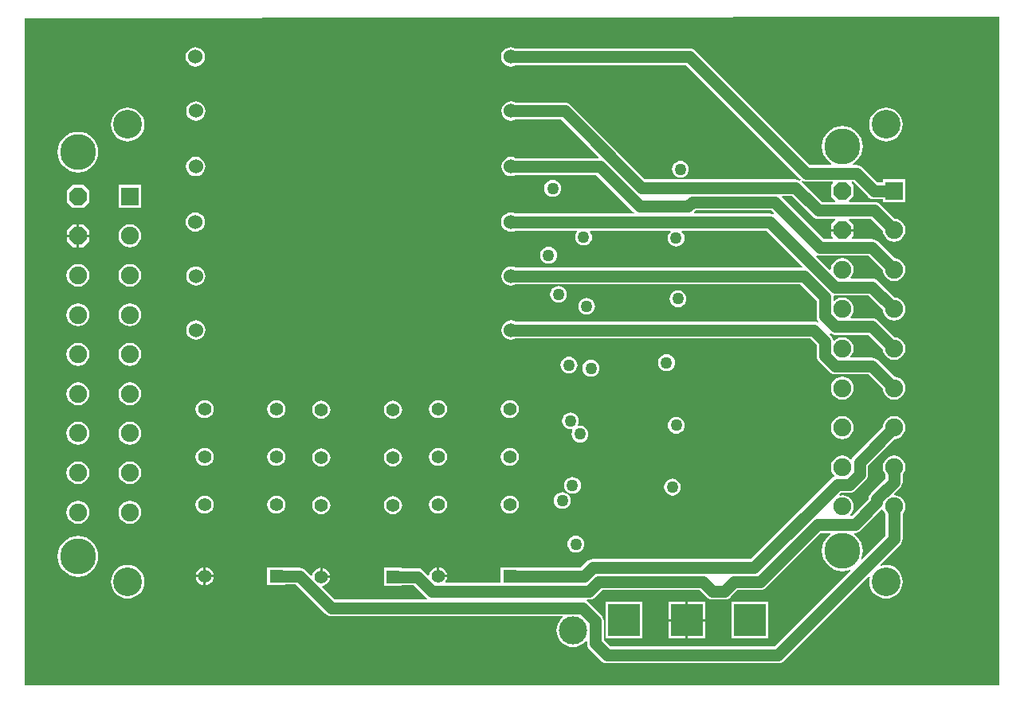
<source format=gbl>
G04*
G04 #@! TF.GenerationSoftware,Altium Limited,Altium Designer,21.8.1 (53)*
G04*
G04 Layer_Physical_Order=4*
G04 Layer_Color=16711680*
%FSLAX25Y25*%
%MOIN*%
G70*
G04*
G04 #@! TF.SameCoordinates,729F89BC-3EE5-4BC6-91F8-0038CAF30645*
G04*
G04*
G04 #@! TF.FilePolarity,Positive*
G04*
G01*
G75*
%ADD30C,0.11811*%
%ADD31R,0.13189X0.13189*%
%ADD32C,0.05512*%
%ADD33R,0.05512X0.05512*%
%ADD38C,0.05000*%
%ADD41C,0.07500*%
%ADD42R,0.07500X0.07500*%
%ADD43P,0.08118X8X202.5*%
%ADD44C,0.06000*%
%ADD45C,0.15000*%
%ADD46C,0.05000*%
%ADD47C,0.12000*%
G36*
X407900Y279800D02*
Y0D01*
X0D01*
Y279200D01*
X394000Y279900D01*
X407859D01*
X407900Y279800D01*
D02*
G37*
%LPC*%
G36*
X71500Y267234D02*
X70456Y267097D01*
X69483Y266694D01*
X68647Y266053D01*
X68006Y265217D01*
X67603Y264244D01*
X67466Y263200D01*
X67603Y262156D01*
X68006Y261183D01*
X68647Y260347D01*
X69483Y259706D01*
X70456Y259303D01*
X71500Y259166D01*
X72544Y259303D01*
X73517Y259706D01*
X74353Y260347D01*
X74994Y261183D01*
X75397Y262156D01*
X75534Y263200D01*
X75397Y264244D01*
X74994Y265217D01*
X74353Y266053D01*
X73517Y266694D01*
X72544Y267097D01*
X71500Y267234D01*
D02*
G37*
G36*
X71700Y244534D02*
X70656Y244397D01*
X69683Y243994D01*
X68847Y243353D01*
X68206Y242517D01*
X67803Y241544D01*
X67665Y240500D01*
X67803Y239456D01*
X68206Y238483D01*
X68847Y237647D01*
X69683Y237006D01*
X70656Y236603D01*
X71700Y236466D01*
X72744Y236603D01*
X73717Y237006D01*
X74553Y237647D01*
X75194Y238483D01*
X75597Y239456D01*
X75735Y240500D01*
X75597Y241544D01*
X75194Y242517D01*
X74553Y243353D01*
X73717Y243994D01*
X72744Y244397D01*
X71700Y244534D01*
D02*
G37*
G36*
X360400Y241884D02*
X359028Y241749D01*
X357708Y241349D01*
X356492Y240699D01*
X355426Y239824D01*
X354552Y238758D01*
X353902Y237542D01*
X353501Y236222D01*
X353366Y234850D01*
X353501Y233478D01*
X353902Y232158D01*
X354552Y230942D01*
X355426Y229876D01*
X356492Y229001D01*
X357708Y228351D01*
X359028Y227951D01*
X360400Y227816D01*
X361772Y227951D01*
X363092Y228351D01*
X364308Y229001D01*
X365374Y229876D01*
X366248Y230942D01*
X366898Y232158D01*
X367299Y233478D01*
X367434Y234850D01*
X367299Y236222D01*
X366898Y237542D01*
X366248Y238758D01*
X365374Y239824D01*
X364308Y240699D01*
X363092Y241349D01*
X361772Y241749D01*
X360400Y241884D01*
D02*
G37*
G36*
X43200D02*
X41828Y241749D01*
X40508Y241349D01*
X39292Y240699D01*
X38226Y239824D01*
X37352Y238758D01*
X36702Y237542D01*
X36301Y236222D01*
X36166Y234850D01*
X36301Y233478D01*
X36702Y232158D01*
X37352Y230942D01*
X38226Y229876D01*
X39292Y229001D01*
X40508Y228351D01*
X41828Y227951D01*
X43200Y227816D01*
X44572Y227951D01*
X45892Y228351D01*
X47108Y229001D01*
X48174Y229876D01*
X49049Y230942D01*
X49698Y232158D01*
X50099Y233478D01*
X50234Y234850D01*
X50099Y236222D01*
X49698Y237542D01*
X49049Y238758D01*
X48174Y239824D01*
X47108Y240699D01*
X45892Y241349D01*
X44572Y241749D01*
X43200Y241884D01*
D02*
G37*
G36*
X22400Y231821D02*
X20734Y231657D01*
X19131Y231171D01*
X17655Y230382D01*
X16361Y229320D01*
X15298Y228025D01*
X14509Y226549D01*
X14023Y224946D01*
X13859Y223280D01*
X14023Y221614D01*
X14509Y220011D01*
X15298Y218535D01*
X16361Y217241D01*
X17655Y216178D01*
X19131Y215389D01*
X20734Y214903D01*
X22400Y214739D01*
X24066Y214903D01*
X25668Y215389D01*
X27145Y216178D01*
X28440Y217241D01*
X29502Y218535D01*
X30291Y220011D01*
X30777Y221614D01*
X30941Y223280D01*
X30777Y224946D01*
X30291Y226549D01*
X29502Y228025D01*
X28440Y229320D01*
X27145Y230382D01*
X25668Y231171D01*
X24066Y231657D01*
X22400Y231821D01*
D02*
G37*
G36*
X71640Y221335D02*
X70596Y221197D01*
X69623Y220794D01*
X68787Y220153D01*
X68146Y219317D01*
X67743Y218344D01*
X67606Y217300D01*
X67743Y216256D01*
X68146Y215283D01*
X68787Y214447D01*
X69623Y213806D01*
X70596Y213403D01*
X71640Y213265D01*
X72684Y213403D01*
X73657Y213806D01*
X74493Y214447D01*
X75134Y215283D01*
X75537Y216256D01*
X75674Y217300D01*
X75537Y218344D01*
X75134Y219317D01*
X74493Y220153D01*
X73657Y220794D01*
X72684Y221197D01*
X71640Y221335D01*
D02*
G37*
G36*
X274400Y219630D02*
X273486Y219510D01*
X272635Y219157D01*
X271904Y218596D01*
X271343Y217865D01*
X270990Y217014D01*
X270870Y216100D01*
X270990Y215186D01*
X271343Y214335D01*
X271904Y213604D01*
X272635Y213043D01*
X273486Y212690D01*
X274400Y212570D01*
X275314Y212690D01*
X276165Y213043D01*
X276896Y213604D01*
X277457Y214335D01*
X277810Y215186D01*
X277930Y216100D01*
X277810Y217014D01*
X277457Y217865D01*
X276896Y218596D01*
X276165Y219157D01*
X275314Y219510D01*
X274400Y219630D01*
D02*
G37*
G36*
X203400Y267234D02*
X202356Y267097D01*
X201383Y266694D01*
X200547Y266053D01*
X199906Y265217D01*
X199503Y264244D01*
X199365Y263200D01*
X199503Y262156D01*
X199906Y261183D01*
X200547Y260347D01*
X201383Y259706D01*
X202356Y259303D01*
X203400Y259166D01*
X204444Y259303D01*
X205330Y259670D01*
X276838D01*
X324594Y211914D01*
X324642Y211877D01*
X324385Y211467D01*
X323534Y211820D01*
X322620Y211940D01*
X259599D01*
X228543Y242996D01*
X227812Y243557D01*
X226961Y243910D01*
X226047Y244030D01*
X205530D01*
X204644Y244397D01*
X203600Y244534D01*
X202556Y244397D01*
X201583Y243994D01*
X200747Y243353D01*
X200106Y242517D01*
X199703Y241544D01*
X199565Y240500D01*
X199703Y239456D01*
X200106Y238483D01*
X200747Y237647D01*
X201583Y237006D01*
X202556Y236603D01*
X203600Y236466D01*
X204644Y236603D01*
X205530Y236970D01*
X224585D01*
X240262Y221292D01*
X240071Y220830D01*
X205470D01*
X204584Y221197D01*
X203540Y221335D01*
X202496Y221197D01*
X201523Y220794D01*
X200687Y220153D01*
X200046Y219317D01*
X199643Y218344D01*
X199505Y217300D01*
X199643Y216256D01*
X200046Y215283D01*
X200687Y214447D01*
X201523Y213806D01*
X202496Y213403D01*
X203540Y213265D01*
X204584Y213403D01*
X205470Y213770D01*
X239299D01*
X254965Y198104D01*
X255061Y198030D01*
X254891Y197530D01*
X205330D01*
X204444Y197897D01*
X203400Y198035D01*
X202356Y197897D01*
X201383Y197494D01*
X200547Y196853D01*
X199906Y196017D01*
X199503Y195044D01*
X199365Y194000D01*
X199503Y192956D01*
X199906Y191983D01*
X200547Y191147D01*
X201383Y190506D01*
X202356Y190103D01*
X203400Y189965D01*
X204444Y190103D01*
X205330Y190470D01*
X230983D01*
X231230Y189970D01*
X230843Y189465D01*
X230490Y188614D01*
X230370Y187700D01*
X230490Y186786D01*
X230843Y185935D01*
X231404Y185204D01*
X232135Y184643D01*
X232986Y184290D01*
X233900Y184170D01*
X234814Y184290D01*
X235665Y184643D01*
X236396Y185204D01*
X236957Y185935D01*
X237310Y186786D01*
X237430Y187700D01*
X237310Y188614D01*
X236957Y189465D01*
X236570Y189970D01*
X236817Y190470D01*
X270160D01*
X270330Y189970D01*
X270104Y189796D01*
X269543Y189065D01*
X269190Y188214D01*
X269070Y187300D01*
X269190Y186386D01*
X269543Y185535D01*
X270104Y184804D01*
X270835Y184243D01*
X271686Y183890D01*
X272600Y183770D01*
X273514Y183890D01*
X274365Y184243D01*
X275096Y184804D01*
X275657Y185535D01*
X276010Y186386D01*
X276130Y187300D01*
X276010Y188214D01*
X275657Y189065D01*
X275096Y189796D01*
X274870Y189970D01*
X275040Y190470D01*
X310465D01*
X325542Y175392D01*
X325351Y174930D01*
X205530D01*
X204644Y175297D01*
X203600Y175435D01*
X202556Y175297D01*
X201583Y174894D01*
X200747Y174253D01*
X200106Y173417D01*
X199703Y172444D01*
X199565Y171400D01*
X199703Y170356D01*
X200106Y169383D01*
X200747Y168547D01*
X201583Y167906D01*
X202556Y167503D01*
X203600Y167366D01*
X204644Y167503D01*
X205530Y167870D01*
X324579D01*
X331320Y161129D01*
Y154537D01*
X331440Y153623D01*
X331793Y152772D01*
X332287Y152128D01*
X331931Y151771D01*
X331818Y151857D01*
X330967Y152210D01*
X330053Y152330D01*
X205530D01*
X204644Y152697D01*
X203600Y152834D01*
X202556Y152697D01*
X201583Y152294D01*
X200747Y151653D01*
X200106Y150817D01*
X199703Y149844D01*
X199565Y148800D01*
X199703Y147756D01*
X200106Y146783D01*
X200747Y145947D01*
X201583Y145306D01*
X202556Y144903D01*
X203600Y144765D01*
X204644Y144903D01*
X205530Y145270D01*
X328591D01*
X331320Y142541D01*
Y137997D01*
X331440Y137083D01*
X331793Y136232D01*
X332354Y135501D01*
X336601Y131254D01*
X336601Y131254D01*
X337332Y130693D01*
X338183Y130340D01*
X339097Y130220D01*
X353048D01*
X359040Y124228D01*
X359172Y123220D01*
X359651Y122064D01*
X360412Y121072D01*
X361404Y120311D01*
X362560Y119832D01*
X363800Y119669D01*
X365040Y119832D01*
X366196Y120311D01*
X367188Y121072D01*
X367949Y122064D01*
X368428Y123220D01*
X368591Y124460D01*
X368428Y125700D01*
X367949Y126856D01*
X367188Y127848D01*
X366196Y128609D01*
X365040Y129088D01*
X364032Y129220D01*
X357006Y136246D01*
X356275Y136807D01*
X355424Y137160D01*
X354510Y137280D01*
X345836D01*
X345617Y137780D01*
X346249Y138604D01*
X346728Y139760D01*
X346891Y141000D01*
X346728Y142240D01*
X346249Y143395D01*
X345488Y144388D01*
X344496Y145149D01*
X343340Y145628D01*
X342100Y145791D01*
X340860Y145628D01*
X339704Y145149D01*
X338823Y144473D01*
X338441Y144566D01*
X338293Y144663D01*
X338260Y144917D01*
X337907Y145768D01*
X337346Y146499D01*
X336949Y146896D01*
X337280Y147273D01*
X337332Y147233D01*
X338183Y146880D01*
X339097Y146760D01*
X353048D01*
X359040Y140768D01*
X359172Y139760D01*
X359651Y138604D01*
X360412Y137612D01*
X361404Y136851D01*
X362560Y136372D01*
X363800Y136209D01*
X365040Y136372D01*
X366196Y136851D01*
X367188Y137612D01*
X367949Y138604D01*
X368428Y139760D01*
X368591Y141000D01*
X368428Y142240D01*
X367949Y143395D01*
X367188Y144388D01*
X366196Y145149D01*
X365040Y145628D01*
X364032Y145760D01*
X357006Y152786D01*
X356275Y153347D01*
X355424Y153700D01*
X354510Y153820D01*
X345836D01*
X345617Y154320D01*
X346249Y155145D01*
X346728Y156300D01*
X346891Y157540D01*
X346728Y158780D01*
X346249Y159935D01*
X345488Y160928D01*
X344496Y161689D01*
X343340Y162168D01*
X342100Y162331D01*
X340860Y162168D01*
X339704Y161689D01*
X338880Y161057D01*
X338380Y161276D01*
Y162592D01*
X338326Y163001D01*
X338680Y163355D01*
X339097Y163300D01*
X353048D01*
X359040Y157308D01*
X359172Y156300D01*
X359651Y155145D01*
X360412Y154152D01*
X361404Y153391D01*
X362560Y152912D01*
X363800Y152749D01*
X365040Y152912D01*
X366196Y153391D01*
X367188Y154152D01*
X367949Y155145D01*
X368428Y156300D01*
X368591Y157540D01*
X368428Y158780D01*
X367949Y159935D01*
X367188Y160928D01*
X366196Y161689D01*
X365040Y162168D01*
X364032Y162300D01*
X357006Y169326D01*
X356275Y169887D01*
X355424Y170240D01*
X354510Y170360D01*
X345836D01*
X345617Y170860D01*
X346249Y171685D01*
X346728Y172840D01*
X346891Y174080D01*
X346728Y175320D01*
X346249Y176476D01*
X345488Y177468D01*
X344496Y178229D01*
X343340Y178708D01*
X342100Y178871D01*
X340860Y178708D01*
X339704Y178229D01*
X338712Y177468D01*
X337951Y176476D01*
X337472Y175320D01*
X337337Y174290D01*
X336828Y174092D01*
X331181Y179739D01*
X331464Y180163D01*
X331953Y179960D01*
X332866Y179840D01*
X353048D01*
X359040Y173848D01*
X359172Y172840D01*
X359651Y171685D01*
X360412Y170692D01*
X361404Y169931D01*
X362560Y169452D01*
X363800Y169289D01*
X365040Y169452D01*
X366196Y169931D01*
X367188Y170692D01*
X367949Y171685D01*
X368428Y172840D01*
X368591Y174080D01*
X368428Y175320D01*
X367949Y176476D01*
X367188Y177468D01*
X366196Y178229D01*
X365040Y178708D01*
X364032Y178840D01*
X357006Y185866D01*
X356275Y186427D01*
X355424Y186780D01*
X354510Y186900D01*
X346159D01*
X345967Y187362D01*
X346850Y188245D01*
Y190120D01*
X342100D01*
X337350D01*
Y188245D01*
X338233Y187362D01*
X338041Y186900D01*
X334329D01*
X316811Y204418D01*
X317002Y204880D01*
X321158D01*
X329654Y196384D01*
X330385Y195823D01*
X331237Y195470D01*
X332150Y195350D01*
X339051D01*
X339243Y194888D01*
X337350Y192995D01*
Y191120D01*
X342100D01*
X346850D01*
Y192995D01*
X344957Y194888D01*
X345149Y195350D01*
X354078D01*
X359040Y190388D01*
X359172Y189380D01*
X359651Y188224D01*
X360412Y187232D01*
X361404Y186471D01*
X362560Y185992D01*
X363800Y185829D01*
X365040Y185992D01*
X366196Y186471D01*
X367188Y187232D01*
X367949Y188224D01*
X368428Y189380D01*
X368591Y190620D01*
X368428Y191860D01*
X367949Y193016D01*
X367188Y194008D01*
X366196Y194769D01*
X365040Y195248D01*
X364032Y195380D01*
X358036Y201376D01*
X357305Y201937D01*
X356454Y202290D01*
X355540Y202410D01*
X345128D01*
X344937Y202872D01*
X346850Y204785D01*
Y209535D01*
X345967Y210418D01*
X346159Y210880D01*
X346638D01*
X352854Y204664D01*
X353585Y204103D01*
X354436Y203750D01*
X355350Y203630D01*
X359050D01*
Y202410D01*
X368550D01*
Y211910D01*
X359050D01*
Y210690D01*
X356812D01*
X350596Y216906D01*
X349865Y217467D01*
X349014Y217820D01*
X348100Y217940D01*
X346718D01*
X346596Y218425D01*
X346845Y218558D01*
X348140Y219620D01*
X349202Y220915D01*
X349991Y222391D01*
X350477Y223994D01*
X350641Y225660D01*
X350477Y227326D01*
X349991Y228928D01*
X349202Y230405D01*
X348140Y231699D01*
X346845Y232762D01*
X345369Y233551D01*
X343766Y234037D01*
X342100Y234201D01*
X340434Y234037D01*
X338831Y233551D01*
X337355Y232762D01*
X336061Y231699D01*
X334998Y230405D01*
X334209Y228928D01*
X333723Y227326D01*
X333559Y225660D01*
X333723Y223994D01*
X334209Y222391D01*
X334998Y220915D01*
X336061Y219620D01*
X337355Y218558D01*
X337604Y218425D01*
X337482Y217940D01*
X328552D01*
X280796Y265696D01*
X280065Y266257D01*
X279214Y266610D01*
X278300Y266730D01*
X205330D01*
X204444Y267097D01*
X203400Y267234D01*
D02*
G37*
G36*
X221000Y211630D02*
X220086Y211510D01*
X219235Y211157D01*
X218504Y210596D01*
X217943Y209865D01*
X217590Y209014D01*
X217470Y208100D01*
X217590Y207186D01*
X217943Y206335D01*
X218504Y205604D01*
X219235Y205043D01*
X220086Y204690D01*
X221000Y204570D01*
X221914Y204690D01*
X222765Y205043D01*
X223496Y205604D01*
X224057Y206335D01*
X224410Y207186D01*
X224530Y208100D01*
X224410Y209014D01*
X224057Y209865D01*
X223496Y210596D01*
X222765Y211157D01*
X221914Y211510D01*
X221000Y211630D01*
D02*
G37*
G36*
X48850Y209530D02*
X39350D01*
Y200030D01*
X48850D01*
Y209530D01*
D02*
G37*
G36*
X24775D02*
X20025D01*
X17650Y207155D01*
Y202405D01*
X20025Y200030D01*
X24775D01*
X27150Y202405D01*
Y207155D01*
X24775Y209530D01*
D02*
G37*
G36*
X71500Y198035D02*
X70456Y197897D01*
X69483Y197494D01*
X68647Y196853D01*
X68006Y196017D01*
X67603Y195044D01*
X67466Y194000D01*
X67603Y192956D01*
X68006Y191983D01*
X68647Y191147D01*
X69483Y190506D01*
X70456Y190103D01*
X71500Y189965D01*
X72544Y190103D01*
X73517Y190506D01*
X74353Y191147D01*
X74994Y191983D01*
X75397Y192956D01*
X75534Y194000D01*
X75397Y195044D01*
X74994Y196017D01*
X74353Y196853D01*
X73517Y197494D01*
X72544Y197897D01*
X71500Y198035D01*
D02*
G37*
G36*
X24775Y192990D02*
X22900D01*
Y188740D01*
X27150D01*
Y190615D01*
X24775Y192990D01*
D02*
G37*
G36*
X21900D02*
X20025D01*
X17650Y190615D01*
Y188740D01*
X21900D01*
Y192990D01*
D02*
G37*
G36*
X27150Y187740D02*
X22900D01*
Y183490D01*
X24775D01*
X27150Y185865D01*
Y187740D01*
D02*
G37*
G36*
X21900D02*
X17650D01*
Y185865D01*
X20025Y183490D01*
X21900D01*
Y187740D01*
D02*
G37*
G36*
X44100Y193031D02*
X42860Y192868D01*
X41704Y192389D01*
X40712Y191628D01*
X39951Y190636D01*
X39472Y189480D01*
X39309Y188240D01*
X39472Y187000D01*
X39951Y185845D01*
X40712Y184852D01*
X41704Y184091D01*
X42860Y183612D01*
X44100Y183449D01*
X45340Y183612D01*
X46496Y184091D01*
X47488Y184852D01*
X48249Y185845D01*
X48728Y187000D01*
X48891Y188240D01*
X48728Y189480D01*
X48249Y190636D01*
X47488Y191628D01*
X46496Y192389D01*
X45340Y192868D01*
X44100Y193031D01*
D02*
G37*
G36*
X219300Y183630D02*
X218386Y183510D01*
X217535Y183157D01*
X216804Y182596D01*
X216243Y181865D01*
X215890Y181014D01*
X215770Y180100D01*
X215890Y179186D01*
X216243Y178335D01*
X216804Y177604D01*
X217535Y177043D01*
X218386Y176690D01*
X219300Y176570D01*
X220214Y176690D01*
X221065Y177043D01*
X221796Y177604D01*
X222357Y178335D01*
X222710Y179186D01*
X222830Y180100D01*
X222710Y181014D01*
X222357Y181865D01*
X221796Y182596D01*
X221065Y183157D01*
X220214Y183510D01*
X219300Y183630D01*
D02*
G37*
G36*
X71700Y175435D02*
X70656Y175297D01*
X69683Y174894D01*
X68847Y174253D01*
X68206Y173417D01*
X67803Y172444D01*
X67665Y171400D01*
X67803Y170356D01*
X68206Y169383D01*
X68847Y168547D01*
X69683Y167906D01*
X70656Y167503D01*
X71700Y167366D01*
X72744Y167503D01*
X73717Y167906D01*
X74553Y168547D01*
X75194Y169383D01*
X75597Y170356D01*
X75735Y171400D01*
X75597Y172444D01*
X75194Y173417D01*
X74553Y174253D01*
X73717Y174894D01*
X72744Y175297D01*
X71700Y175435D01*
D02*
G37*
G36*
X44100Y176491D02*
X42860Y176328D01*
X41704Y175849D01*
X40712Y175088D01*
X39951Y174095D01*
X39472Y172940D01*
X39309Y171700D01*
X39472Y170460D01*
X39951Y169305D01*
X40712Y168312D01*
X41704Y167551D01*
X42860Y167072D01*
X44100Y166909D01*
X45340Y167072D01*
X46496Y167551D01*
X47488Y168312D01*
X48249Y169305D01*
X48728Y170460D01*
X48891Y171700D01*
X48728Y172940D01*
X48249Y174095D01*
X47488Y175088D01*
X46496Y175849D01*
X45340Y176328D01*
X44100Y176491D01*
D02*
G37*
G36*
X22400D02*
X21160Y176328D01*
X20005Y175849D01*
X19012Y175088D01*
X18251Y174095D01*
X17772Y172940D01*
X17609Y171700D01*
X17772Y170460D01*
X18251Y169305D01*
X19012Y168312D01*
X20005Y167551D01*
X21160Y167072D01*
X22400Y166909D01*
X23640Y167072D01*
X24795Y167551D01*
X25788Y168312D01*
X26549Y169305D01*
X27028Y170460D01*
X27191Y171700D01*
X27028Y172940D01*
X26549Y174095D01*
X25788Y175088D01*
X24795Y175849D01*
X23640Y176328D01*
X22400Y176491D01*
D02*
G37*
G36*
X223400Y167230D02*
X222486Y167110D01*
X221635Y166757D01*
X220904Y166196D01*
X220343Y165465D01*
X219990Y164614D01*
X219870Y163700D01*
X219990Y162786D01*
X220343Y161935D01*
X220904Y161204D01*
X221635Y160643D01*
X222486Y160290D01*
X223400Y160170D01*
X224314Y160290D01*
X225165Y160643D01*
X225896Y161204D01*
X226457Y161935D01*
X226810Y162786D01*
X226930Y163700D01*
X226810Y164614D01*
X226457Y165465D01*
X225896Y166196D01*
X225165Y166757D01*
X224314Y167110D01*
X223400Y167230D01*
D02*
G37*
G36*
X273400Y165430D02*
X272486Y165310D01*
X271635Y164957D01*
X270904Y164396D01*
X270343Y163665D01*
X269990Y162814D01*
X269870Y161900D01*
X269990Y160986D01*
X270343Y160135D01*
X270904Y159404D01*
X271635Y158843D01*
X272486Y158490D01*
X273400Y158370D01*
X274314Y158490D01*
X275165Y158843D01*
X275896Y159404D01*
X276457Y160135D01*
X276810Y160986D01*
X276930Y161900D01*
X276810Y162814D01*
X276457Y163665D01*
X275896Y164396D01*
X275165Y164957D01*
X274314Y165310D01*
X273400Y165430D01*
D02*
G37*
G36*
X235200Y162230D02*
X234286Y162110D01*
X233435Y161757D01*
X232704Y161196D01*
X232143Y160465D01*
X231790Y159614D01*
X231670Y158700D01*
X231790Y157786D01*
X232143Y156935D01*
X232704Y156204D01*
X233435Y155643D01*
X234286Y155290D01*
X235200Y155170D01*
X236114Y155290D01*
X236965Y155643D01*
X237696Y156204D01*
X238257Y156935D01*
X238610Y157786D01*
X238730Y158700D01*
X238610Y159614D01*
X238257Y160465D01*
X237696Y161196D01*
X236965Y161757D01*
X236114Y162110D01*
X235200Y162230D01*
D02*
G37*
G36*
X44100Y159951D02*
X42860Y159788D01*
X41704Y159309D01*
X40712Y158548D01*
X39951Y157555D01*
X39472Y156400D01*
X39309Y155160D01*
X39472Y153920D01*
X39951Y152764D01*
X40712Y151772D01*
X41704Y151011D01*
X42860Y150532D01*
X44100Y150369D01*
X45340Y150532D01*
X46496Y151011D01*
X47488Y151772D01*
X48249Y152764D01*
X48728Y153920D01*
X48891Y155160D01*
X48728Y156400D01*
X48249Y157555D01*
X47488Y158548D01*
X46496Y159309D01*
X45340Y159788D01*
X44100Y159951D01*
D02*
G37*
G36*
X22400D02*
X21160Y159788D01*
X20005Y159309D01*
X19012Y158548D01*
X18251Y157555D01*
X17772Y156400D01*
X17609Y155160D01*
X17772Y153920D01*
X18251Y152764D01*
X19012Y151772D01*
X20005Y151011D01*
X21160Y150532D01*
X22400Y150369D01*
X23640Y150532D01*
X24795Y151011D01*
X25788Y151772D01*
X26549Y152764D01*
X27028Y153920D01*
X27191Y155160D01*
X27028Y156400D01*
X26549Y157555D01*
X25788Y158548D01*
X24795Y159309D01*
X23640Y159788D01*
X22400Y159951D01*
D02*
G37*
G36*
X71700Y152834D02*
X70656Y152697D01*
X69683Y152294D01*
X68847Y151653D01*
X68206Y150817D01*
X67803Y149844D01*
X67665Y148800D01*
X67803Y147756D01*
X68206Y146783D01*
X68847Y145947D01*
X69683Y145306D01*
X70656Y144903D01*
X71700Y144765D01*
X72744Y144903D01*
X73717Y145306D01*
X74553Y145947D01*
X75194Y146783D01*
X75597Y147756D01*
X75735Y148800D01*
X75597Y149844D01*
X75194Y150817D01*
X74553Y151653D01*
X73717Y152294D01*
X72744Y152697D01*
X71700Y152834D01*
D02*
G37*
G36*
X44100Y143411D02*
X42860Y143248D01*
X41704Y142769D01*
X40712Y142008D01*
X39951Y141016D01*
X39472Y139860D01*
X39309Y138620D01*
X39472Y137380D01*
X39951Y136224D01*
X40712Y135232D01*
X41704Y134471D01*
X42860Y133992D01*
X44100Y133829D01*
X45340Y133992D01*
X46496Y134471D01*
X47488Y135232D01*
X48249Y136224D01*
X48728Y137380D01*
X48891Y138620D01*
X48728Y139860D01*
X48249Y141016D01*
X47488Y142008D01*
X46496Y142769D01*
X45340Y143248D01*
X44100Y143411D01*
D02*
G37*
G36*
X22400D02*
X21160Y143248D01*
X20005Y142769D01*
X19012Y142008D01*
X18251Y141016D01*
X17772Y139860D01*
X17609Y138620D01*
X17772Y137380D01*
X18251Y136224D01*
X19012Y135232D01*
X20005Y134471D01*
X21160Y133992D01*
X22400Y133829D01*
X23640Y133992D01*
X24795Y134471D01*
X25788Y135232D01*
X26549Y136224D01*
X27028Y137380D01*
X27191Y138620D01*
X27028Y139860D01*
X26549Y141016D01*
X25788Y142008D01*
X24795Y142769D01*
X23640Y143248D01*
X22400Y143411D01*
D02*
G37*
G36*
X268600Y138630D02*
X267686Y138510D01*
X266835Y138157D01*
X266104Y137596D01*
X265543Y136865D01*
X265190Y136014D01*
X265070Y135100D01*
X265190Y134186D01*
X265543Y133335D01*
X266104Y132604D01*
X266835Y132043D01*
X267686Y131690D01*
X268600Y131570D01*
X269514Y131690D01*
X270365Y132043D01*
X271096Y132604D01*
X271657Y133335D01*
X272010Y134186D01*
X272130Y135100D01*
X272010Y136014D01*
X271657Y136865D01*
X271096Y137596D01*
X270365Y138157D01*
X269514Y138510D01*
X268600Y138630D01*
D02*
G37*
G36*
X227800Y137630D02*
X226886Y137510D01*
X226035Y137157D01*
X225304Y136596D01*
X224743Y135865D01*
X224390Y135014D01*
X224270Y134100D01*
X224390Y133186D01*
X224743Y132335D01*
X225304Y131604D01*
X226035Y131043D01*
X226886Y130690D01*
X227800Y130570D01*
X228714Y130690D01*
X229565Y131043D01*
X230296Y131604D01*
X230857Y132335D01*
X231210Y133186D01*
X231330Y134100D01*
X231210Y135014D01*
X230857Y135865D01*
X230296Y136596D01*
X229565Y137157D01*
X228714Y137510D01*
X227800Y137630D01*
D02*
G37*
G36*
X237000Y136330D02*
X236086Y136210D01*
X235235Y135857D01*
X234504Y135296D01*
X233943Y134565D01*
X233590Y133714D01*
X233470Y132800D01*
X233590Y131886D01*
X233943Y131035D01*
X234504Y130304D01*
X235235Y129743D01*
X236086Y129390D01*
X237000Y129270D01*
X237914Y129390D01*
X238765Y129743D01*
X239496Y130304D01*
X240057Y131035D01*
X240410Y131886D01*
X240530Y132800D01*
X240410Y133714D01*
X240057Y134565D01*
X239496Y135296D01*
X238765Y135857D01*
X237914Y136210D01*
X237000Y136330D01*
D02*
G37*
G36*
X342100Y129251D02*
X340860Y129088D01*
X339704Y128609D01*
X338712Y127848D01*
X337951Y126856D01*
X337472Y125700D01*
X337309Y124460D01*
X337472Y123220D01*
X337951Y122064D01*
X338712Y121072D01*
X339704Y120311D01*
X340860Y119832D01*
X342100Y119669D01*
X343340Y119832D01*
X344496Y120311D01*
X345488Y121072D01*
X346249Y122064D01*
X346728Y123220D01*
X346891Y124460D01*
X346728Y125700D01*
X346249Y126856D01*
X345488Y127848D01*
X344496Y128609D01*
X343340Y129088D01*
X342100Y129251D01*
D02*
G37*
G36*
X44100Y126871D02*
X42860Y126708D01*
X41704Y126229D01*
X40712Y125468D01*
X39951Y124476D01*
X39472Y123320D01*
X39309Y122080D01*
X39472Y120840D01*
X39951Y119685D01*
X40712Y118692D01*
X41704Y117931D01*
X42860Y117452D01*
X44100Y117289D01*
X45340Y117452D01*
X46496Y117931D01*
X47488Y118692D01*
X48249Y119685D01*
X48728Y120840D01*
X48891Y122080D01*
X48728Y123320D01*
X48249Y124476D01*
X47488Y125468D01*
X46496Y126229D01*
X45340Y126708D01*
X44100Y126871D01*
D02*
G37*
G36*
X22400D02*
X21160Y126708D01*
X20005Y126229D01*
X19012Y125468D01*
X18251Y124476D01*
X17772Y123320D01*
X17609Y122080D01*
X17772Y120840D01*
X18251Y119685D01*
X19012Y118692D01*
X20005Y117931D01*
X21160Y117452D01*
X22400Y117289D01*
X23640Y117452D01*
X24795Y117931D01*
X25788Y118692D01*
X26549Y119685D01*
X27028Y120840D01*
X27191Y122080D01*
X27028Y123320D01*
X26549Y124476D01*
X25788Y125468D01*
X24795Y126229D01*
X23640Y126708D01*
X22400Y126871D01*
D02*
G37*
G36*
X203000Y119488D02*
X202020Y119359D01*
X201106Y118981D01*
X200321Y118379D01*
X199719Y117594D01*
X199341Y116681D01*
X199212Y115700D01*
X199341Y114719D01*
X199719Y113806D01*
X200321Y113021D01*
X201106Y112419D01*
X202020Y112041D01*
X203000Y111912D01*
X203980Y112041D01*
X204894Y112419D01*
X205679Y113021D01*
X206281Y113806D01*
X206659Y114719D01*
X206788Y115700D01*
X206659Y116681D01*
X206281Y117594D01*
X205679Y118379D01*
X204894Y118981D01*
X203980Y119359D01*
X203000Y119488D01*
D02*
G37*
G36*
X173000D02*
X172020Y119359D01*
X171106Y118981D01*
X170321Y118379D01*
X169719Y117594D01*
X169341Y116681D01*
X169212Y115700D01*
X169341Y114719D01*
X169719Y113806D01*
X170321Y113021D01*
X171106Y112419D01*
X172020Y112041D01*
X173000Y111912D01*
X173980Y112041D01*
X174894Y112419D01*
X175679Y113021D01*
X176281Y113806D01*
X176659Y114719D01*
X176788Y115700D01*
X176659Y116681D01*
X176281Y117594D01*
X175679Y118379D01*
X174894Y118981D01*
X173980Y119359D01*
X173000Y119488D01*
D02*
G37*
G36*
X105375D02*
X104394Y119359D01*
X103481Y118981D01*
X102696Y118379D01*
X102094Y117594D01*
X101716Y116681D01*
X101587Y115700D01*
X101716Y114719D01*
X102094Y113806D01*
X102696Y113021D01*
X103481Y112419D01*
X104394Y112041D01*
X105375Y111912D01*
X106356Y112041D01*
X107269Y112419D01*
X108054Y113021D01*
X108656Y113806D01*
X109034Y114719D01*
X109163Y115700D01*
X109034Y116681D01*
X108656Y117594D01*
X108054Y118379D01*
X107269Y118981D01*
X106356Y119359D01*
X105375Y119488D01*
D02*
G37*
G36*
X75375D02*
X74395Y119359D01*
X73481Y118981D01*
X72696Y118379D01*
X72094Y117594D01*
X71716Y116681D01*
X71587Y115700D01*
X71716Y114719D01*
X72094Y113806D01*
X72696Y113021D01*
X73481Y112419D01*
X74395Y112041D01*
X75375Y111912D01*
X76355Y112041D01*
X77269Y112419D01*
X78054Y113021D01*
X78656Y113806D01*
X79034Y114719D01*
X79163Y115700D01*
X79034Y116681D01*
X78656Y117594D01*
X78054Y118379D01*
X77269Y118981D01*
X76355Y119359D01*
X75375Y119488D01*
D02*
G37*
G36*
X154188Y119236D02*
X153207Y119107D01*
X152293Y118729D01*
X151509Y118127D01*
X150907Y117342D01*
X150528Y116428D01*
X150399Y115448D01*
X150528Y114468D01*
X150907Y113554D01*
X151509Y112769D01*
X152293Y112167D01*
X153207Y111789D01*
X154188Y111660D01*
X155168Y111789D01*
X156082Y112167D01*
X156866Y112769D01*
X157468Y113554D01*
X157847Y114468D01*
X157976Y115448D01*
X157847Y116428D01*
X157468Y117342D01*
X156866Y118127D01*
X156082Y118729D01*
X155168Y119107D01*
X154188Y119236D01*
D02*
G37*
G36*
X124188D02*
X123207Y119107D01*
X122293Y118729D01*
X121509Y118127D01*
X120907Y117342D01*
X120528Y116428D01*
X120399Y115448D01*
X120528Y114468D01*
X120907Y113554D01*
X121509Y112769D01*
X122293Y112167D01*
X123207Y111789D01*
X124188Y111660D01*
X125168Y111789D01*
X126082Y112167D01*
X126866Y112769D01*
X127468Y113554D01*
X127847Y114468D01*
X127976Y115448D01*
X127847Y116428D01*
X127468Y117342D01*
X126866Y118127D01*
X126082Y118729D01*
X125168Y119107D01*
X124188Y119236D01*
D02*
G37*
G36*
X272700Y112430D02*
X271786Y112310D01*
X270935Y111957D01*
X270204Y111396D01*
X269643Y110665D01*
X269290Y109814D01*
X269170Y108900D01*
X269290Y107986D01*
X269643Y107135D01*
X270204Y106404D01*
X270935Y105843D01*
X271786Y105490D01*
X272700Y105370D01*
X273614Y105490D01*
X274465Y105843D01*
X275196Y106404D01*
X275757Y107135D01*
X276110Y107986D01*
X276230Y108900D01*
X276110Y109814D01*
X275757Y110665D01*
X275196Y111396D01*
X274465Y111957D01*
X273614Y112310D01*
X272700Y112430D01*
D02*
G37*
G36*
X342100Y112711D02*
X340860Y112548D01*
X339704Y112069D01*
X338712Y111308D01*
X337951Y110316D01*
X337472Y109160D01*
X337309Y107920D01*
X337472Y106680D01*
X337951Y105525D01*
X338712Y104532D01*
X339704Y103771D01*
X340860Y103292D01*
X342100Y103129D01*
X343340Y103292D01*
X344496Y103771D01*
X345488Y104532D01*
X346249Y105525D01*
X346728Y106680D01*
X346891Y107920D01*
X346728Y109160D01*
X346249Y110316D01*
X345488Y111308D01*
X344496Y112069D01*
X343340Y112548D01*
X342100Y112711D01*
D02*
G37*
G36*
X228400Y114230D02*
X227486Y114110D01*
X226635Y113757D01*
X225904Y113196D01*
X225343Y112465D01*
X224990Y111614D01*
X224870Y110700D01*
X224990Y109786D01*
X225343Y108935D01*
X225904Y108204D01*
X226635Y107643D01*
X227486Y107290D01*
X228400Y107170D01*
X228938Y107241D01*
X228997Y107201D01*
X229266Y106780D01*
X228990Y106114D01*
X228870Y105200D01*
X228990Y104286D01*
X229343Y103435D01*
X229904Y102704D01*
X230635Y102143D01*
X231486Y101790D01*
X232400Y101670D01*
X233314Y101790D01*
X234165Y102143D01*
X234896Y102704D01*
X235457Y103435D01*
X235810Y104286D01*
X235930Y105200D01*
X235810Y106114D01*
X235457Y106965D01*
X234896Y107696D01*
X234165Y108257D01*
X233314Y108610D01*
X232400Y108730D01*
X231862Y108659D01*
X231803Y108700D01*
X231534Y109121D01*
X231810Y109786D01*
X231930Y110700D01*
X231810Y111614D01*
X231457Y112465D01*
X230896Y113196D01*
X230165Y113757D01*
X229314Y114110D01*
X228400Y114230D01*
D02*
G37*
G36*
X44100Y110331D02*
X42860Y110168D01*
X41704Y109689D01*
X40712Y108928D01*
X39951Y107936D01*
X39472Y106780D01*
X39309Y105540D01*
X39472Y104300D01*
X39951Y103145D01*
X40712Y102152D01*
X41704Y101391D01*
X42860Y100912D01*
X44100Y100749D01*
X45340Y100912D01*
X46496Y101391D01*
X47488Y102152D01*
X48249Y103145D01*
X48728Y104300D01*
X48891Y105540D01*
X48728Y106780D01*
X48249Y107936D01*
X47488Y108928D01*
X46496Y109689D01*
X45340Y110168D01*
X44100Y110331D01*
D02*
G37*
G36*
X22400D02*
X21160Y110168D01*
X20005Y109689D01*
X19012Y108928D01*
X18251Y107936D01*
X17772Y106780D01*
X17609Y105540D01*
X17772Y104300D01*
X18251Y103145D01*
X19012Y102152D01*
X20005Y101391D01*
X21160Y100912D01*
X22400Y100749D01*
X23640Y100912D01*
X24795Y101391D01*
X25788Y102152D01*
X26549Y103145D01*
X27028Y104300D01*
X27191Y105540D01*
X27028Y106780D01*
X26549Y107936D01*
X25788Y108928D01*
X24795Y109689D01*
X23640Y110168D01*
X22400Y110331D01*
D02*
G37*
G36*
X363800Y112711D02*
X362560Y112548D01*
X361404Y112069D01*
X360412Y111308D01*
X359651Y110316D01*
X359172Y109160D01*
X359040Y108152D01*
X346854Y95966D01*
X346293Y95235D01*
X346106Y94784D01*
X345533Y94708D01*
X345488Y94768D01*
X344496Y95529D01*
X343340Y96008D01*
X342100Y96171D01*
X340860Y96008D01*
X339704Y95529D01*
X338712Y94768D01*
X337951Y93775D01*
X337472Y92620D01*
X337309Y91380D01*
X337472Y90140D01*
X337951Y88985D01*
X338712Y87992D01*
X338772Y87947D01*
X338696Y87374D01*
X338245Y87187D01*
X337514Y86626D01*
X303812Y52925D01*
X237729D01*
X236816Y52804D01*
X235964Y52452D01*
X235233Y51891D01*
X232573Y49230D01*
X206756D01*
Y49456D01*
X199244D01*
Y42974D01*
X176273D01*
X176026Y43474D01*
X176281Y43806D01*
X176659Y44719D01*
X176723Y45200D01*
X173000D01*
Y45700D01*
X172500D01*
Y49422D01*
X172020Y49359D01*
X171106Y48981D01*
X170321Y48379D01*
X169719Y47594D01*
X169341Y46681D01*
X169286Y46266D01*
X168758Y46087D01*
X166901Y47944D01*
X166170Y48505D01*
X165319Y48858D01*
X164405Y48978D01*
X157943D01*
Y49204D01*
X150432D01*
Y41692D01*
X157943D01*
Y41918D01*
X162943D01*
X167913Y36948D01*
X168620Y36405D01*
X168623Y36354D01*
X168427Y35905D01*
X129876D01*
X124575Y41206D01*
X124754Y41734D01*
X125168Y41789D01*
X126082Y42167D01*
X126866Y42769D01*
X127468Y43554D01*
X127847Y44467D01*
X127910Y44948D01*
X124188D01*
Y45448D01*
X123688D01*
Y49171D01*
X123207Y49107D01*
X122293Y48729D01*
X121509Y48127D01*
X120907Y47342D01*
X120528Y46428D01*
X120474Y46014D01*
X119946Y45835D01*
X117585Y48196D01*
X116853Y48757D01*
X116002Y49110D01*
X115088Y49230D01*
X109131D01*
Y49456D01*
X101619D01*
Y41944D01*
X109131D01*
Y42170D01*
X113626D01*
X125917Y29879D01*
X126648Y29318D01*
X127500Y28965D01*
X128413Y28845D01*
X224970D01*
X225149Y28345D01*
X224578Y27876D01*
X223715Y26825D01*
X223074Y25625D01*
X222679Y24323D01*
X222545Y22969D01*
X222679Y21616D01*
X223074Y20314D01*
X223715Y19114D01*
X224578Y18063D01*
X225629Y17200D01*
X226829Y16559D01*
X228131Y16164D01*
X229484Y16030D01*
X230838Y16164D01*
X232140Y16559D01*
X233339Y17200D01*
X234391Y18063D01*
X234859Y18634D01*
X235360Y18455D01*
Y17510D01*
X235480Y16597D01*
X235833Y15745D01*
X236393Y15014D01*
X241204Y10204D01*
X241935Y9643D01*
X242786Y9290D01*
X243700Y9170D01*
X315288D01*
X316202Y9290D01*
X317053Y9643D01*
X317784Y10204D01*
X353273Y45693D01*
X353715Y45428D01*
X353501Y44722D01*
X353366Y43350D01*
X353501Y41978D01*
X353902Y40658D01*
X354552Y39442D01*
X355426Y38376D01*
X356492Y37501D01*
X357708Y36852D01*
X359028Y36451D01*
X360400Y36316D01*
X361772Y36451D01*
X363092Y36852D01*
X364308Y37501D01*
X365374Y38376D01*
X366248Y39442D01*
X366898Y40658D01*
X367299Y41978D01*
X367434Y43350D01*
X367299Y44722D01*
X366898Y46042D01*
X366248Y47258D01*
X365374Y48324D01*
X364308Y49198D01*
X363092Y49848D01*
X361772Y50249D01*
X360400Y50384D01*
X359028Y50249D01*
X358322Y50035D01*
X358057Y50477D01*
X366296Y58716D01*
X366857Y59447D01*
X367210Y60298D01*
X367330Y61212D01*
Y71638D01*
X367949Y72444D01*
X368428Y73600D01*
X368591Y74840D01*
X368428Y76080D01*
X367949Y77236D01*
X367188Y78228D01*
X366196Y78989D01*
X365040Y79468D01*
X364010Y79603D01*
X363812Y80112D01*
X366296Y82597D01*
X366857Y83328D01*
X367210Y84179D01*
X367330Y85093D01*
Y88178D01*
X367949Y88985D01*
X368428Y90140D01*
X368591Y91380D01*
X368428Y92620D01*
X367949Y93775D01*
X367188Y94768D01*
X366196Y95529D01*
X365040Y96008D01*
X363800Y96171D01*
X362560Y96008D01*
X361404Y95529D01*
X360412Y94768D01*
X359651Y93775D01*
X359172Y92620D01*
X359009Y91380D01*
X359172Y90140D01*
X359651Y88985D01*
X360270Y88178D01*
Y86555D01*
X354054Y80339D01*
X353493Y79608D01*
X353140Y78757D01*
X353041Y78005D01*
X346001Y70965D01*
X345721Y71001D01*
X345604Y71228D01*
X345545Y71526D01*
X346249Y72444D01*
X346728Y73600D01*
X346891Y74840D01*
X346728Y76080D01*
X346249Y77236D01*
X345488Y78228D01*
X344496Y78989D01*
X343340Y79468D01*
X342100Y79631D01*
X341076Y79496D01*
X340842Y79970D01*
X341472Y80600D01*
X345103D01*
X346017Y80720D01*
X346868Y81073D01*
X347599Y81634D01*
X351846Y85881D01*
X351846Y85881D01*
X352407Y86612D01*
X352760Y87463D01*
X352880Y88377D01*
Y92008D01*
X364032Y103160D01*
X365040Y103292D01*
X366196Y103771D01*
X367188Y104532D01*
X367949Y105525D01*
X368428Y106680D01*
X368591Y107920D01*
X368428Y109160D01*
X367949Y110316D01*
X367188Y111308D01*
X366196Y112069D01*
X365040Y112548D01*
X363800Y112711D01*
D02*
G37*
G36*
X203000Y99488D02*
X202020Y99359D01*
X201106Y98981D01*
X200321Y98379D01*
X199719Y97594D01*
X199341Y96680D01*
X199212Y95700D01*
X199341Y94719D01*
X199719Y93806D01*
X200321Y93021D01*
X201106Y92419D01*
X202020Y92041D01*
X203000Y91912D01*
X203980Y92041D01*
X204894Y92419D01*
X205679Y93021D01*
X206281Y93806D01*
X206659Y94719D01*
X206788Y95700D01*
X206659Y96680D01*
X206281Y97594D01*
X205679Y98379D01*
X204894Y98981D01*
X203980Y99359D01*
X203000Y99488D01*
D02*
G37*
G36*
X173000D02*
X172020Y99359D01*
X171106Y98981D01*
X170321Y98379D01*
X169719Y97594D01*
X169341Y96680D01*
X169212Y95700D01*
X169341Y94719D01*
X169719Y93806D01*
X170321Y93021D01*
X171106Y92419D01*
X172020Y92041D01*
X173000Y91912D01*
X173980Y92041D01*
X174894Y92419D01*
X175679Y93021D01*
X176281Y93806D01*
X176659Y94719D01*
X176788Y95700D01*
X176659Y96680D01*
X176281Y97594D01*
X175679Y98379D01*
X174894Y98981D01*
X173980Y99359D01*
X173000Y99488D01*
D02*
G37*
G36*
X105375D02*
X104394Y99359D01*
X103481Y98981D01*
X102696Y98379D01*
X102094Y97594D01*
X101716Y96680D01*
X101587Y95700D01*
X101716Y94719D01*
X102094Y93806D01*
X102696Y93021D01*
X103481Y92419D01*
X104394Y92041D01*
X105375Y91912D01*
X106356Y92041D01*
X107269Y92419D01*
X108054Y93021D01*
X108656Y93806D01*
X109034Y94719D01*
X109163Y95700D01*
X109034Y96680D01*
X108656Y97594D01*
X108054Y98379D01*
X107269Y98981D01*
X106356Y99359D01*
X105375Y99488D01*
D02*
G37*
G36*
X75375D02*
X74395Y99359D01*
X73481Y98981D01*
X72696Y98379D01*
X72094Y97594D01*
X71716Y96680D01*
X71587Y95700D01*
X71716Y94719D01*
X72094Y93806D01*
X72696Y93021D01*
X73481Y92419D01*
X74395Y92041D01*
X75375Y91912D01*
X76355Y92041D01*
X77269Y92419D01*
X78054Y93021D01*
X78656Y93806D01*
X79034Y94719D01*
X79163Y95700D01*
X79034Y96680D01*
X78656Y97594D01*
X78054Y98379D01*
X77269Y98981D01*
X76355Y99359D01*
X75375Y99488D01*
D02*
G37*
G36*
X154188Y99236D02*
X153207Y99107D01*
X152293Y98729D01*
X151509Y98127D01*
X150907Y97342D01*
X150528Y96429D01*
X150399Y95448D01*
X150528Y94468D01*
X150907Y93554D01*
X151509Y92769D01*
X152293Y92167D01*
X153207Y91789D01*
X154188Y91660D01*
X155168Y91789D01*
X156082Y92167D01*
X156866Y92769D01*
X157468Y93554D01*
X157847Y94468D01*
X157976Y95448D01*
X157847Y96429D01*
X157468Y97342D01*
X156866Y98127D01*
X156082Y98729D01*
X155168Y99107D01*
X154188Y99236D01*
D02*
G37*
G36*
X124188D02*
X123207Y99107D01*
X122293Y98729D01*
X121509Y98127D01*
X120907Y97342D01*
X120528Y96429D01*
X120399Y95448D01*
X120528Y94468D01*
X120907Y93554D01*
X121509Y92769D01*
X122293Y92167D01*
X123207Y91789D01*
X124188Y91660D01*
X125168Y91789D01*
X126082Y92167D01*
X126866Y92769D01*
X127468Y93554D01*
X127847Y94468D01*
X127976Y95448D01*
X127847Y96429D01*
X127468Y97342D01*
X126866Y98127D01*
X126082Y98729D01*
X125168Y99107D01*
X124188Y99236D01*
D02*
G37*
G36*
X44100Y93791D02*
X42860Y93628D01*
X41704Y93149D01*
X40712Y92388D01*
X39951Y91395D01*
X39472Y90240D01*
X39309Y89000D01*
X39472Y87760D01*
X39951Y86604D01*
X40712Y85612D01*
X41704Y84851D01*
X42860Y84372D01*
X44100Y84209D01*
X45340Y84372D01*
X46496Y84851D01*
X47488Y85612D01*
X48249Y86604D01*
X48728Y87760D01*
X48891Y89000D01*
X48728Y90240D01*
X48249Y91395D01*
X47488Y92388D01*
X46496Y93149D01*
X45340Y93628D01*
X44100Y93791D01*
D02*
G37*
G36*
X22400D02*
X21160Y93628D01*
X20005Y93149D01*
X19012Y92388D01*
X18251Y91395D01*
X17772Y90240D01*
X17609Y89000D01*
X17772Y87760D01*
X18251Y86604D01*
X19012Y85612D01*
X20005Y84851D01*
X21160Y84372D01*
X22400Y84209D01*
X23640Y84372D01*
X24795Y84851D01*
X25788Y85612D01*
X26549Y86604D01*
X27028Y87760D01*
X27191Y89000D01*
X27028Y90240D01*
X26549Y91395D01*
X25788Y92388D01*
X24795Y93149D01*
X23640Y93628D01*
X22400Y93791D01*
D02*
G37*
G36*
X229300Y87230D02*
X228386Y87110D01*
X227535Y86757D01*
X226804Y86196D01*
X226243Y85465D01*
X225890Y84614D01*
X225770Y83700D01*
X225890Y82786D01*
X226243Y81935D01*
X226804Y81204D01*
X227535Y80643D01*
X228386Y80290D01*
X229300Y80170D01*
X230214Y80290D01*
X231065Y80643D01*
X231796Y81204D01*
X232357Y81935D01*
X232710Y82786D01*
X232830Y83700D01*
X232710Y84614D01*
X232357Y85465D01*
X231796Y86196D01*
X231065Y86757D01*
X230214Y87110D01*
X229300Y87230D01*
D02*
G37*
G36*
X271100Y86530D02*
X270186Y86410D01*
X269335Y86057D01*
X268604Y85496D01*
X268043Y84765D01*
X267690Y83914D01*
X267570Y83000D01*
X267690Y82086D01*
X268043Y81235D01*
X268604Y80504D01*
X269335Y79943D01*
X270186Y79590D01*
X271100Y79470D01*
X272014Y79590D01*
X272865Y79943D01*
X273596Y80504D01*
X274157Y81235D01*
X274510Y82086D01*
X274630Y83000D01*
X274510Y83914D01*
X274157Y84765D01*
X273596Y85496D01*
X272865Y86057D01*
X272014Y86410D01*
X271100Y86530D01*
D02*
G37*
G36*
X225000Y80930D02*
X224086Y80810D01*
X223235Y80457D01*
X222504Y79896D01*
X221943Y79165D01*
X221590Y78314D01*
X221470Y77400D01*
X221590Y76486D01*
X221943Y75635D01*
X222504Y74904D01*
X223235Y74343D01*
X224086Y73990D01*
X225000Y73870D01*
X225914Y73990D01*
X226765Y74343D01*
X227496Y74904D01*
X228057Y75635D01*
X228410Y76486D01*
X228530Y77400D01*
X228410Y78314D01*
X228057Y79165D01*
X227496Y79896D01*
X226765Y80457D01*
X225914Y80810D01*
X225000Y80930D01*
D02*
G37*
G36*
X203000Y79488D02*
X202020Y79359D01*
X201106Y78981D01*
X200321Y78379D01*
X199719Y77594D01*
X199341Y76680D01*
X199212Y75700D01*
X199341Y74720D01*
X199719Y73806D01*
X200321Y73021D01*
X201106Y72419D01*
X202020Y72041D01*
X203000Y71912D01*
X203980Y72041D01*
X204894Y72419D01*
X205679Y73021D01*
X206281Y73806D01*
X206659Y74720D01*
X206788Y75700D01*
X206659Y76680D01*
X206281Y77594D01*
X205679Y78379D01*
X204894Y78981D01*
X203980Y79359D01*
X203000Y79488D01*
D02*
G37*
G36*
X173000D02*
X172020Y79359D01*
X171106Y78981D01*
X170321Y78379D01*
X169719Y77594D01*
X169341Y76680D01*
X169212Y75700D01*
X169341Y74720D01*
X169719Y73806D01*
X170321Y73021D01*
X171106Y72419D01*
X172020Y72041D01*
X173000Y71912D01*
X173980Y72041D01*
X174894Y72419D01*
X175679Y73021D01*
X176281Y73806D01*
X176659Y74720D01*
X176788Y75700D01*
X176659Y76680D01*
X176281Y77594D01*
X175679Y78379D01*
X174894Y78981D01*
X173980Y79359D01*
X173000Y79488D01*
D02*
G37*
G36*
X105375D02*
X104394Y79359D01*
X103481Y78981D01*
X102696Y78379D01*
X102094Y77594D01*
X101716Y76680D01*
X101587Y75700D01*
X101716Y74720D01*
X102094Y73806D01*
X102696Y73021D01*
X103481Y72419D01*
X104394Y72041D01*
X105375Y71912D01*
X106356Y72041D01*
X107269Y72419D01*
X108054Y73021D01*
X108656Y73806D01*
X109034Y74720D01*
X109163Y75700D01*
X109034Y76680D01*
X108656Y77594D01*
X108054Y78379D01*
X107269Y78981D01*
X106356Y79359D01*
X105375Y79488D01*
D02*
G37*
G36*
X75375D02*
X74395Y79359D01*
X73481Y78981D01*
X72696Y78379D01*
X72094Y77594D01*
X71716Y76680D01*
X71587Y75700D01*
X71716Y74720D01*
X72094Y73806D01*
X72696Y73021D01*
X73481Y72419D01*
X74395Y72041D01*
X75375Y71912D01*
X76355Y72041D01*
X77269Y72419D01*
X78054Y73021D01*
X78656Y73806D01*
X79034Y74720D01*
X79163Y75700D01*
X79034Y76680D01*
X78656Y77594D01*
X78054Y78379D01*
X77269Y78981D01*
X76355Y79359D01*
X75375Y79488D01*
D02*
G37*
G36*
X154188Y79236D02*
X153207Y79107D01*
X152293Y78729D01*
X151509Y78127D01*
X150907Y77342D01*
X150528Y76429D01*
X150399Y75448D01*
X150528Y74467D01*
X150907Y73554D01*
X151509Y72769D01*
X152293Y72167D01*
X153207Y71789D01*
X154188Y71660D01*
X155168Y71789D01*
X156082Y72167D01*
X156866Y72769D01*
X157468Y73554D01*
X157847Y74467D01*
X157976Y75448D01*
X157847Y76429D01*
X157468Y77342D01*
X156866Y78127D01*
X156082Y78729D01*
X155168Y79107D01*
X154188Y79236D01*
D02*
G37*
G36*
X124188D02*
X123207Y79107D01*
X122293Y78729D01*
X121509Y78127D01*
X120907Y77342D01*
X120528Y76429D01*
X120399Y75448D01*
X120528Y74467D01*
X120907Y73554D01*
X121509Y72769D01*
X122293Y72167D01*
X123207Y71789D01*
X124188Y71660D01*
X125168Y71789D01*
X126082Y72167D01*
X126866Y72769D01*
X127468Y73554D01*
X127847Y74467D01*
X127976Y75448D01*
X127847Y76429D01*
X127468Y77342D01*
X126866Y78127D01*
X126082Y78729D01*
X125168Y79107D01*
X124188Y79236D01*
D02*
G37*
G36*
X44100Y77251D02*
X42860Y77088D01*
X41704Y76609D01*
X40712Y75848D01*
X39951Y74856D01*
X39472Y73700D01*
X39309Y72460D01*
X39472Y71220D01*
X39951Y70065D01*
X40712Y69072D01*
X41704Y68311D01*
X42860Y67832D01*
X44100Y67669D01*
X45340Y67832D01*
X46496Y68311D01*
X47488Y69072D01*
X48249Y70065D01*
X48728Y71220D01*
X48891Y72460D01*
X48728Y73700D01*
X48249Y74856D01*
X47488Y75848D01*
X46496Y76609D01*
X45340Y77088D01*
X44100Y77251D01*
D02*
G37*
G36*
X22400D02*
X21160Y77088D01*
X20005Y76609D01*
X19012Y75848D01*
X18251Y74856D01*
X17772Y73700D01*
X17609Y72460D01*
X17772Y71220D01*
X18251Y70065D01*
X19012Y69072D01*
X20005Y68311D01*
X21160Y67832D01*
X22400Y67669D01*
X23640Y67832D01*
X24795Y68311D01*
X25788Y69072D01*
X26549Y70065D01*
X27028Y71220D01*
X27191Y72460D01*
X27028Y73700D01*
X26549Y74856D01*
X25788Y75848D01*
X24795Y76609D01*
X23640Y77088D01*
X22400Y77251D01*
D02*
G37*
G36*
X230700Y62630D02*
X229786Y62510D01*
X228935Y62157D01*
X228204Y61596D01*
X227643Y60865D01*
X227290Y60014D01*
X227170Y59100D01*
X227290Y58186D01*
X227643Y57335D01*
X228204Y56604D01*
X228935Y56043D01*
X229786Y55690D01*
X230700Y55570D01*
X231614Y55690D01*
X232465Y56043D01*
X233196Y56604D01*
X233757Y57335D01*
X234110Y58186D01*
X234230Y59100D01*
X234110Y60014D01*
X233757Y60865D01*
X233196Y61596D01*
X232465Y62157D01*
X231614Y62510D01*
X230700Y62630D01*
D02*
G37*
G36*
X173500Y49422D02*
Y46200D01*
X176723D01*
X176659Y46681D01*
X176281Y47594D01*
X175679Y48379D01*
X174894Y48981D01*
X173980Y49359D01*
X173500Y49422D01*
D02*
G37*
G36*
X75875D02*
Y46200D01*
X79097D01*
X79034Y46681D01*
X78656Y47594D01*
X78054Y48379D01*
X77269Y48981D01*
X76355Y49359D01*
X75875Y49422D01*
D02*
G37*
G36*
X74875D02*
X74395Y49359D01*
X73481Y48981D01*
X72696Y48379D01*
X72094Y47594D01*
X71716Y46681D01*
X71653Y46200D01*
X74875D01*
Y49422D01*
D02*
G37*
G36*
X124688Y49171D02*
Y45948D01*
X127910D01*
X127847Y46428D01*
X127468Y47342D01*
X126866Y48127D01*
X126082Y48729D01*
X125168Y49107D01*
X124688Y49171D01*
D02*
G37*
G36*
X22400Y62521D02*
X20734Y62357D01*
X19131Y61871D01*
X17655Y61082D01*
X16361Y60019D01*
X15298Y58725D01*
X14509Y57249D01*
X14023Y55646D01*
X13859Y53980D01*
X14023Y52314D01*
X14509Y50712D01*
X15298Y49235D01*
X16361Y47940D01*
X17655Y46878D01*
X19131Y46089D01*
X20734Y45603D01*
X22400Y45439D01*
X24066Y45603D01*
X25668Y46089D01*
X27145Y46878D01*
X28440Y47940D01*
X29502Y49235D01*
X30291Y50712D01*
X30777Y52314D01*
X30941Y53980D01*
X30777Y55646D01*
X30291Y57249D01*
X29502Y58725D01*
X28440Y60019D01*
X27145Y61082D01*
X25668Y61871D01*
X24066Y62357D01*
X22400Y62521D01*
D02*
G37*
G36*
X79097Y45200D02*
X75875D01*
Y41978D01*
X76355Y42041D01*
X77269Y42419D01*
X78054Y43021D01*
X78656Y43806D01*
X79034Y44719D01*
X79097Y45200D01*
D02*
G37*
G36*
X74875D02*
X71653D01*
X71716Y44719D01*
X72094Y43806D01*
X72696Y43021D01*
X73481Y42419D01*
X74395Y42041D01*
X74875Y41978D01*
Y45200D01*
D02*
G37*
G36*
X43200Y50384D02*
X41828Y50249D01*
X40508Y49848D01*
X39292Y49198D01*
X38226Y48324D01*
X37352Y47258D01*
X36702Y46042D01*
X36301Y44722D01*
X36166Y43350D01*
X36301Y41978D01*
X36702Y40658D01*
X37352Y39442D01*
X38226Y38376D01*
X39292Y37501D01*
X40508Y36852D01*
X41828Y36451D01*
X43200Y36316D01*
X44572Y36451D01*
X45892Y36852D01*
X47108Y37501D01*
X48174Y38376D01*
X49049Y39442D01*
X49698Y40658D01*
X50099Y41978D01*
X50234Y43350D01*
X50099Y44722D01*
X49698Y46042D01*
X49049Y47258D01*
X48174Y48324D01*
X47108Y49198D01*
X45892Y49848D01*
X44572Y50249D01*
X43200Y50384D01*
D02*
G37*
%LPD*%
G36*
X326176Y211000D02*
X327090Y210880D01*
X338041D01*
X338233Y210418D01*
X337350Y209535D01*
Y204785D01*
X339263Y202872D01*
X339072Y202410D01*
X333613D01*
X325116Y210906D01*
X325068Y210943D01*
X325325Y211353D01*
X326176Y211000D01*
D02*
G37*
G36*
X313613Y197631D02*
X313329Y197207D01*
X312841Y197410D01*
X311927Y197530D01*
X280155D01*
X279986Y198030D01*
X280082Y198104D01*
X280857Y198880D01*
X312364D01*
X313613Y197631D01*
D02*
G37*
G36*
X358876Y73624D02*
X359218Y73490D01*
X359651Y72444D01*
X360270Y71638D01*
Y62674D01*
X350410Y52814D01*
X349991Y53092D01*
X350477Y54694D01*
X350641Y56360D01*
X350477Y58026D01*
X349991Y59628D01*
X349202Y61105D01*
X348140Y62400D01*
X347006Y63330D01*
X347185Y63830D01*
X347389D01*
X348302Y63950D01*
X349154Y64303D01*
X349885Y64864D01*
X358663Y73641D01*
X358876Y73624D01*
D02*
G37*
G36*
X337194Y63330D02*
X336061Y62400D01*
X334998Y61105D01*
X334209Y59628D01*
X333723Y58026D01*
X333559Y56360D01*
X333723Y54694D01*
X334209Y53091D01*
X334998Y51615D01*
X336061Y50321D01*
X337355Y49258D01*
X338831Y48469D01*
X340434Y47983D01*
X342100Y47819D01*
X343766Y47983D01*
X345369Y48469D01*
X345646Y48050D01*
X313826Y16230D01*
X245162D01*
X242420Y18973D01*
Y26865D01*
X242300Y27779D01*
X241947Y28630D01*
X241386Y29362D01*
X235876Y34871D01*
X235169Y35414D01*
X235165Y35465D01*
X235362Y35914D01*
X236264D01*
X237178Y36034D01*
X238029Y36387D01*
X238760Y36948D01*
X241677Y39864D01*
X282326D01*
X285243Y36948D01*
X285974Y36387D01*
X286825Y36034D01*
X287739Y35914D01*
X292883D01*
X293797Y36034D01*
X294648Y36387D01*
X295379Y36948D01*
X298296Y39864D01*
X307760D01*
X308674Y39985D01*
X309525Y40337D01*
X310256Y40898D01*
X333188Y63830D01*
X337015D01*
X337194Y63330D01*
D02*
G37*
%LPC*%
G36*
X284717Y34894D02*
X277622D01*
Y27800D01*
X284717D01*
Y34894D01*
D02*
G37*
G36*
X276622D02*
X269528D01*
Y27800D01*
X276622D01*
Y34894D01*
D02*
G37*
G36*
X311094D02*
X295905D01*
Y19705D01*
X311094D01*
Y34894D01*
D02*
G37*
G36*
X284717Y26800D02*
X277622D01*
Y19705D01*
X284717D01*
Y26800D01*
D02*
G37*
G36*
X276622D02*
X269528D01*
Y19705D01*
X276622D01*
Y26800D01*
D02*
G37*
G36*
X258338Y34894D02*
X243149D01*
Y19705D01*
X258338D01*
Y34894D01*
D02*
G37*
%LPD*%
D30*
X229484Y22969D02*
D03*
D31*
X250744Y27300D02*
D03*
X277122D02*
D03*
X303500D02*
D03*
D32*
X173000Y75700D02*
D03*
Y95700D02*
D03*
Y115700D02*
D03*
X203000D02*
D03*
Y95700D02*
D03*
Y75700D02*
D03*
X173000Y45700D02*
D03*
X124188Y75448D02*
D03*
Y95448D02*
D03*
Y115448D02*
D03*
X154188D02*
D03*
Y95448D02*
D03*
Y75448D02*
D03*
X124188Y45448D02*
D03*
X75375Y75700D02*
D03*
Y95700D02*
D03*
Y115700D02*
D03*
X105375D02*
D03*
Y95700D02*
D03*
Y75700D02*
D03*
X75375Y45700D02*
D03*
D33*
X203000D02*
D03*
X154188Y45448D02*
D03*
X105375Y45700D02*
D03*
D38*
X283789Y43394D02*
X287739Y39444D01*
X154188Y45448D02*
X164405D01*
X331725Y67360D02*
X347389D01*
X128413Y32375D02*
X233380D01*
X236264Y39444D02*
X240214Y43394D01*
X237729Y49394D02*
X305274D01*
X287739Y39444D02*
X292883D01*
X234035Y45700D02*
X237729Y49394D01*
X305274D02*
X340010Y84130D01*
X238890Y17510D02*
Y26865D01*
X203000Y45700D02*
X234035D01*
X233380Y32375D02*
X238890Y26865D01*
X243700Y12700D02*
X315288D01*
X296833Y43394D02*
X307760D01*
X240214D02*
X283789D01*
X347389Y67360D02*
X356550Y76521D01*
X363800Y85093D02*
Y91380D01*
X292883Y39444D02*
X296833Y43394D01*
X356550Y76521D02*
Y77843D01*
X315288Y12700D02*
X363800Y61212D01*
X238890Y17510D02*
X243700Y12700D01*
X115088Y45700D02*
X128413Y32375D01*
X105375Y45700D02*
X115088D01*
X164405Y45448D02*
X170409Y39444D01*
X307760Y43394D02*
X331725Y67360D01*
X356550Y77843D02*
X363800Y85093D01*
X170409Y39444D02*
X236264D01*
X363800Y61212D02*
Y74840D01*
X279395Y202410D02*
X313826D01*
X332866Y183370D02*
X354510D01*
X313826Y202410D02*
X332866Y183370D01*
X311927Y194000D02*
X339097Y166830D01*
X203400Y194000D02*
X311927D01*
X332150Y198880D02*
X355540D01*
X322620Y208410D02*
X332150Y198880D01*
X355540D02*
X363800Y190620D01*
X258137Y208410D02*
X322620D01*
X277585Y200600D02*
X279395Y202410D01*
X257462Y200600D02*
X277585D01*
X203600Y148800D02*
X330053D01*
X240762Y217300D02*
X257462Y200600D01*
X349350Y93470D02*
X363800Y107920D01*
X349350Y88377D02*
Y93470D01*
X345103Y84130D02*
X349350Y88377D01*
X340010Y84130D02*
X345103D01*
X203400Y263200D02*
X278300D01*
X226047Y240500D02*
X258137Y208410D01*
X355350Y207160D02*
X363800D01*
X203540Y217300D02*
X240762D01*
X354510Y183370D02*
X363800Y174080D01*
X334850Y154537D02*
Y162592D01*
X354510Y150290D02*
X363800Y141000D01*
X339097Y150290D02*
X354510D01*
X339097Y166830D02*
X354510D01*
X348100Y214410D02*
X355350Y207160D01*
X334850Y137997D02*
Y144003D01*
X339097Y133750D02*
X354510D01*
X363800Y124460D01*
X334850Y154537D02*
X339097Y150290D01*
X326042Y171400D02*
X334850Y162592D01*
X203600Y171400D02*
X326042D01*
X327090Y214410D02*
X348100D01*
X278300Y263200D02*
X327090Y214410D01*
X334850Y137997D02*
X339097Y133750D01*
X330053Y148800D02*
X334850Y144003D01*
X354510Y166830D02*
X363800Y157540D01*
X203600Y240500D02*
X226047D01*
D41*
X363800Y74840D02*
D03*
Y91380D02*
D03*
Y107920D02*
D03*
Y124460D02*
D03*
Y141000D02*
D03*
Y157540D02*
D03*
Y174080D02*
D03*
Y190620D02*
D03*
X342100Y74840D02*
D03*
Y91380D02*
D03*
Y107920D02*
D03*
Y124460D02*
D03*
Y141000D02*
D03*
Y157540D02*
D03*
Y174080D02*
D03*
X22400Y171700D02*
D03*
Y155160D02*
D03*
Y138620D02*
D03*
Y122080D02*
D03*
Y105540D02*
D03*
Y89000D02*
D03*
Y72460D02*
D03*
X44100Y188240D02*
D03*
Y171700D02*
D03*
Y155160D02*
D03*
Y138620D02*
D03*
Y122080D02*
D03*
Y105540D02*
D03*
Y89000D02*
D03*
Y72460D02*
D03*
D42*
X363800Y207160D02*
D03*
X44100Y204780D02*
D03*
D43*
X342100Y190620D02*
D03*
Y207160D02*
D03*
X22400Y204780D02*
D03*
Y188240D02*
D03*
D44*
X203600Y148800D02*
D03*
X71700D02*
D03*
X203600Y171400D02*
D03*
X71700D02*
D03*
X203400Y194000D02*
D03*
X71500D02*
D03*
X203600Y240500D02*
D03*
X71700D02*
D03*
X203400Y263200D02*
D03*
X71500D02*
D03*
X203540Y217300D02*
D03*
X71640D02*
D03*
D45*
X22400Y53980D02*
D03*
Y223280D02*
D03*
X342100Y56360D02*
D03*
Y225660D02*
D03*
D46*
X274400Y216100D02*
D03*
X232400Y105200D02*
D03*
X229300Y83700D02*
D03*
X225000Y77400D02*
D03*
X221000Y208100D02*
D03*
X235200Y158700D02*
D03*
X223400Y163700D02*
D03*
X237000Y132800D02*
D03*
X271100Y83000D02*
D03*
X272700Y108900D02*
D03*
X272600Y187300D02*
D03*
X273400Y161900D02*
D03*
X268600Y135100D02*
D03*
X230700Y59100D02*
D03*
X228400Y110700D02*
D03*
X227800Y134100D02*
D03*
X233900Y187700D02*
D03*
X219300Y180100D02*
D03*
D47*
X43200Y234850D02*
D03*
X360400Y43350D02*
D03*
Y234850D02*
D03*
X43200Y43350D02*
D03*
M02*

</source>
